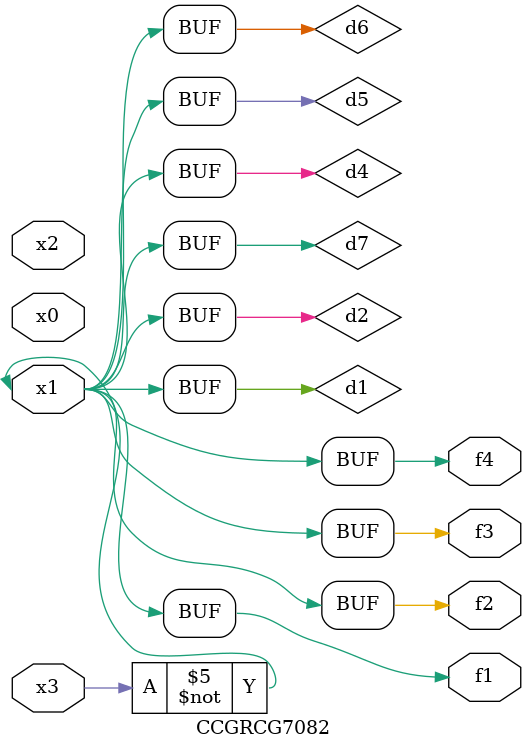
<source format=v>
module CCGRCG7082(
	input x0, x1, x2, x3,
	output f1, f2, f3, f4
);

	wire d1, d2, d3, d4, d5, d6, d7;

	not (d1, x3);
	buf (d2, x1);
	xnor (d3, d1, d2);
	nor (d4, d1);
	buf (d5, d1, d2);
	buf (d6, d4, d5);
	nand (d7, d4);
	assign f1 = d6;
	assign f2 = d7;
	assign f3 = d6;
	assign f4 = d6;
endmodule

</source>
